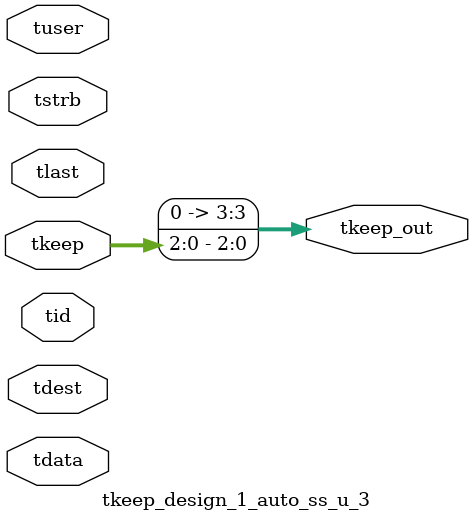
<source format=v>


`timescale 1ps/1ps

module tkeep_design_1_auto_ss_u_3 #
(
parameter C_S_AXIS_TDATA_WIDTH = 32,
parameter C_S_AXIS_TUSER_WIDTH = 0,
parameter C_S_AXIS_TID_WIDTH   = 0,
parameter C_S_AXIS_TDEST_WIDTH = 0,
parameter C_M_AXIS_TDATA_WIDTH = 32
)
(
input  [(C_S_AXIS_TDATA_WIDTH == 0 ? 1 : C_S_AXIS_TDATA_WIDTH)-1:0     ] tdata,
input  [(C_S_AXIS_TUSER_WIDTH == 0 ? 1 : C_S_AXIS_TUSER_WIDTH)-1:0     ] tuser,
input  [(C_S_AXIS_TID_WIDTH   == 0 ? 1 : C_S_AXIS_TID_WIDTH)-1:0       ] tid,
input  [(C_S_AXIS_TDEST_WIDTH == 0 ? 1 : C_S_AXIS_TDEST_WIDTH)-1:0     ] tdest,
input  [(C_S_AXIS_TDATA_WIDTH/8)-1:0 ] tkeep,
input  [(C_S_AXIS_TDATA_WIDTH/8)-1:0 ] tstrb,
input                                                                    tlast,
output [(C_M_AXIS_TDATA_WIDTH/8)-1:0 ] tkeep_out
);

assign tkeep_out = {tkeep[2:0]};

endmodule


</source>
